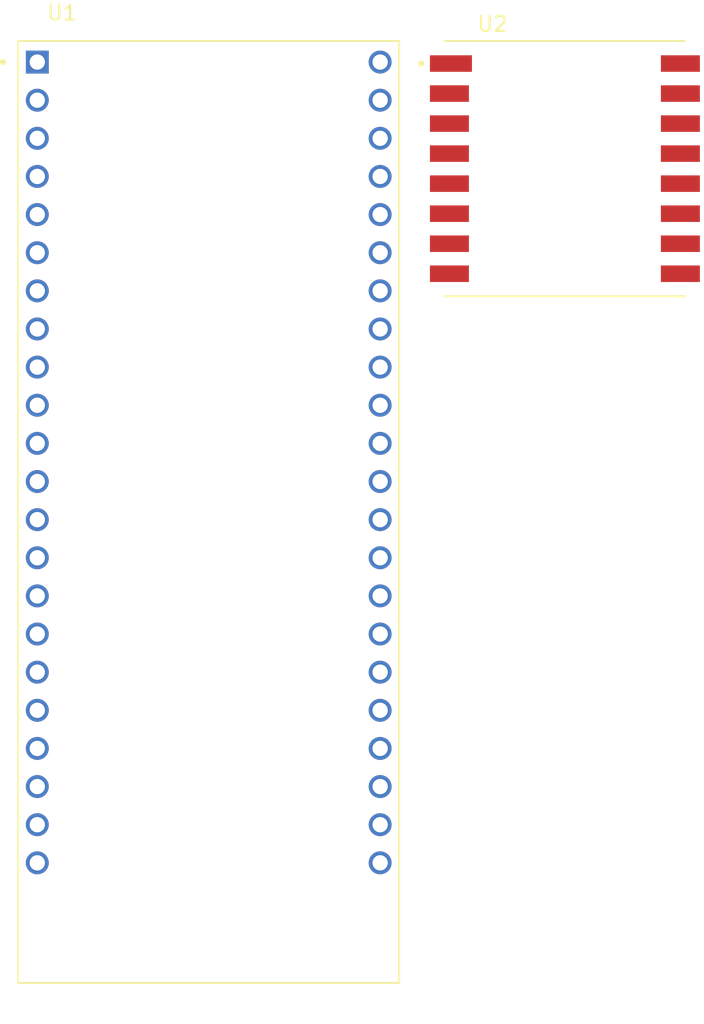
<source format=kicad_pcb>
(kicad_pcb (version 20241229) (generator "pcbnew") (generator_version "9.0")
  (layers (0 "F.Cu" signal) (2 "B.Cu" signal) (13 "F.Paste" user) (15 "B.Paste" user) (5 "F.SilkS" user "F.Silkscreen") (7 "B.SilkS" user "B.Silkscreen") (1 "F.Mask" user) (3 "B.Mask" user) (25 "Edge.Cuts" user))
  (net 0 "")
  (net 3 "+3.3V")
  (net 12 "GPIO13")
  (net 14 "GPIO5")
  (net 27 "GPIO4")
  (net 29 "GPIO12")
  (net 31 "GPIO11")
  (net 33 "GPIO10")
  (net 38 "GND")
  (footprint "ESP32-S3-DEVKITC-1-N8R8:ESP32-S3-DEVKITC-1-N8R8" (layer "F.Cu") (at 129.07 86.13)
    (property "Reference" "U1" (at -9.775 -33.255 0) (layer "F.SilkS"))
    (property "Value" "ESP32-S3-DEVKITC-1-N8R8")
    (fp_line (start -12.7 -31.37) (end 12.7 -31.37) (stroke (width 0.127)) (layer "F.SilkS"))
    (fp_line (start -12.7 31.37) (end -12.7 -31.37) (stroke (width 0.127)) (layer "F.SilkS"))
    (fp_line (start 12.7 -31.37) (end 12.7 31.37) (stroke (width 0.127)) (layer "F.SilkS"))
    (fp_line (start 12.7 31.37) (end -12.7 31.37) (stroke (width 0.127)) (layer "F.SilkS"))
    (fp_circle (center -13.716 -29.972) (end -13.616 -29.972) (stroke (width 0.2)) (fill no) (layer "F.SilkS"))
    (pad "J1_1" thru_hole rect (at -11.43 -29.97) (size 1.53 1.53) (drill 1.02) (layers "*.Cu" "*.Mask") (net 3 "+3.3V"))
    (pad "J1_2" thru_hole circle (at -11.43 -27.43) (size 1.53 1.53) (drill 1.02) (layers "*.Cu" "*.Mask"))
    (pad "J1_3" thru_hole circle (at -11.43 -24.89) (size 1.53 1.53) (drill 1.02) (layers "*.Cu" "*.Mask"))
    (pad "J1_4" thru_hole circle (at -11.43 -22.35) (size 1.53 1.53) (drill 1.02) (layers "*.Cu" "*.Mask") (net 27 "GPIO4"))
    (pad "J1_5" thru_hole circle (at -11.43 -19.81) (size 1.53 1.53) (drill 1.02) (layers "*.Cu" "*.Mask") (net 14 "GPIO5"))
    (pad "J1_6" thru_hole circle (at -11.43 -17.27) (size 1.53 1.53) (drill 1.02) (layers "*.Cu" "*.Mask"))
    (pad "J1_7" thru_hole circle (at -11.43 -14.73) (size 1.53 1.53) (drill 1.02) (layers "*.Cu" "*.Mask"))
    (pad "J1_8" thru_hole circle (at -11.43 -12.19) (size 1.53 1.53) (drill 1.02) (layers "*.Cu" "*.Mask"))
    (pad "J1_9" thru_hole circle (at -11.43 -9.65) (size 1.53 1.53) (drill 1.02) (layers "*.Cu" "*.Mask"))
    (pad "J1_10" thru_hole circle (at -11.43 -7.11) (size 1.53 1.53) (drill 1.02) (layers "*.Cu" "*.Mask"))
    (pad "J1_11" thru_hole circle (at -11.43 -4.57) (size 1.53 1.53) (drill 1.02) (layers "*.Cu" "*.Mask"))
    (pad "J1_12" thru_hole circle (at -11.43 -2.03) (size 1.53 1.53) (drill 1.02) (layers "*.Cu" "*.Mask"))
    (pad "J1_13" thru_hole circle (at -11.43 0.51) (size 1.53 1.53) (drill 1.02) (layers "*.Cu" "*.Mask"))
    (pad "J1_14" thru_hole circle (at -11.43 3.05) (size 1.53 1.53) (drill 1.02) (layers "*.Cu" "*.Mask"))
    (pad "J1_15" thru_hole circle (at -11.43 5.59) (size 1.53 1.53) (drill 1.02) (layers "*.Cu" "*.Mask"))
    (pad "J1_16" thru_hole circle (at -11.43 8.13) (size 1.53 1.53) (drill 1.02) (layers "*.Cu" "*.Mask") (net 33 "GPIO10"))
    (pad "J1_17" thru_hole circle (at -11.43 10.67) (size 1.53 1.53) (drill 1.02) (layers "*.Cu" "*.Mask") (net 31 "GPIO11"))
    (pad "J1_18" thru_hole circle (at -11.43 13.21) (size 1.53 1.53) (drill 1.02) (layers "*.Cu" "*.Mask") (net 29 "GPIO12"))
    (pad "J1_19" thru_hole circle (at -11.43 15.75) (size 1.53 1.53) (drill 1.02) (layers "*.Cu" "*.Mask") (net 12 "GPIO13"))
    (pad "J1_20" thru_hole circle (at -11.43 18.29) (size 1.53 1.53) (drill 1.02) (layers "*.Cu" "*.Mask"))
    (pad "J1_21" thru_hole circle (at -11.43 20.83) (size 1.53 1.53) (drill 1.02) (layers "*.Cu" "*.Mask"))
    (pad "J1_22" thru_hole circle (at -11.43 23.37) (size 1.53 1.53) (drill 1.02) (layers "*.Cu" "*.Mask"))
    (pad "J3_1" thru_hole circle (at 11.43 -29.97) (size 1.53 1.53) (drill 1.02) (layers "*.Cu" "*.Mask") (net 38 "GND"))
    (pad "J3_2" thru_hole circle (at 11.43 -27.43) (size 1.53 1.53) (drill 1.02) (layers "*.Cu" "*.Mask"))
    (pad "J3_3" thru_hole circle (at 11.43 -24.89) (size 1.53 1.53) (drill 1.02) (layers "*.Cu" "*.Mask"))
    (pad "J3_4" thru_hole circle (at 11.43 -22.35) (size 1.53 1.53) (drill 1.02) (layers "*.Cu" "*.Mask"))
    (pad "J3_5" thru_hole circle (at 11.43 -19.81) (size 1.53 1.53) (drill 1.02) (layers "*.Cu" "*.Mask"))
    (pad "J3_6" thru_hole circle (at 11.43 -17.27) (size 1.53 1.53) (drill 1.02) (layers "*.Cu" "*.Mask"))
    (pad "J3_7" thru_hole circle (at 11.43 -14.73) (size 1.53 1.53) (drill 1.02) (layers "*.Cu" "*.Mask"))
    (pad "J3_8" thru_hole circle (at 11.43 -12.19) (size 1.53 1.53) (drill 1.02) (layers "*.Cu" "*.Mask"))
    (pad "J3_9" thru_hole circle (at 11.43 -9.65) (size 1.53 1.53) (drill 1.02) (layers "*.Cu" "*.Mask"))
    (pad "J3_10" thru_hole circle (at 11.43 -7.11) (size 1.53 1.53) (drill 1.02) (layers "*.Cu" "*.Mask"))
    (pad "J3_11" thru_hole circle (at 11.43 -4.57) (size 1.53 1.53) (drill 1.02) (layers "*.Cu" "*.Mask"))
    (pad "J3_12" thru_hole circle (at 11.43 -2.03) (size 1.53 1.53) (drill 1.02) (layers "*.Cu" "*.Mask"))
    (pad "J3_13" thru_hole circle (at 11.43 0.51) (size 1.53 1.53) (drill 1.02) (layers "*.Cu" "*.Mask"))
    (pad "J3_14" thru_hole circle (at 11.43 3.05) (size 1.53 1.53) (drill 1.02) (layers "*.Cu" "*.Mask"))
    (pad "J3_15" thru_hole circle (at 11.43 5.59) (size 1.53 1.53) (drill 1.02) (layers "*.Cu" "*.Mask"))
    (pad "J3_16" thru_hole circle (at 11.43 8.13) (size 1.53 1.53) (drill 1.02) (layers "*.Cu" "*.Mask"))
    (pad "J3_17" thru_hole circle (at 11.43 10.67) (size 1.53 1.53) (drill 1.02) (layers "*.Cu" "*.Mask"))
    (pad "J3_18" thru_hole circle (at 11.43 13.21) (size 1.53 1.53) (drill 1.02) (layers "*.Cu" "*.Mask"))
    (pad "J3_19" thru_hole circle (at 11.43 15.75) (size 1.53 1.53) (drill 1.02) (layers "*.Cu" "*.Mask"))
    (pad "J3_20" thru_hole circle (at 11.43 18.29) (size 1.53 1.53) (drill 1.02) (layers "*.Cu" "*.Mask"))
    (pad "J3_21" thru_hole circle (at 11.43 20.83) (size 1.53 1.53) (drill 1.02) (layers "*.Cu" "*.Mask"))
    (pad "J3_22" thru_hole circle (at 11.43 23.37) (size 1.53 1.53) (drill 1.02) (layers "*.Cu" "*.Mask"))
  )
  (footprint "RA-02_LORA:MODULE_RA-02_LORA" (layer "F.Cu") (at 152.82 63.26)
    (property "Reference" "U2" (at -4.825 -9.635 0) (layer "F.SilkS"))
    (property "Value" "RA-02_LORA")
    (fp_line (start -8 -8.5) (end 8 -8.5) (stroke (width 0.127)) (layer "F.SilkS"))
    (fp_line (start -8 8.5) (end 8 8.5) (stroke (width 0.127)) (layer "F.SilkS"))
    (fp_circle (center -9.576 -7) (end -9.476 -7) (stroke (width 0.2)) (fill no) (layer "F.SilkS"))
    (pad "1" smd rect (at -7.6 -7) (size 2.8 1.1) (layers "F.Cu" "F.Mask" "F.Paste") (net 38 "GND"))
    (pad "2" smd rect (at -7.7 -5) (size 2.6 1.1) (layers "F.Cu" "F.Mask" "F.Paste") (net 38 "GND"))
    (pad "3" smd rect (at -7.7 -3) (size 2.6 1.1) (layers "F.Cu" "F.Mask" "F.Paste") (net 3 "+3.3V"))
    (pad "4" smd rect (at -7.7 -1) (size 2.6 1.1) (layers "F.Cu" "F.Mask" "F.Paste") (net 27 "GPIO4"))
    (pad "5" smd rect (at -7.7 1) (size 2.6 1.1) (layers "F.Cu" "F.Mask" "F.Paste") (net 14 "GPIO5"))
    (pad "6" smd rect (at -7.7 3) (size 2.6 1.1) (layers "F.Cu" "F.Mask" "F.Paste"))
    (pad "7" smd rect (at -7.7 5) (size 2.6 1.1) (layers "F.Cu" "F.Mask" "F.Paste"))
    (pad "8" smd rect (at -7.7 7) (size 2.6 1.1) (layers "F.Cu" "F.Mask" "F.Paste"))
    (pad "9" smd rect (at 7.7 7) (size 2.6 1.1) (layers "F.Cu" "F.Mask" "F.Paste") (net 38 "GND"))
    (pad "10" smd rect (at 7.7 5) (size 2.6 1.1) (layers "F.Cu" "F.Mask" "F.Paste"))
    (pad "11" smd rect (at 7.7 3) (size 2.6 1.1) (layers "F.Cu" "F.Mask" "F.Paste"))
    (pad "12" smd rect (at 7.7 1) (size 2.6 1.1) (layers "F.Cu" "F.Mask" "F.Paste") (net 29 "GPIO12"))
    (pad "13" smd rect (at 7.7 -1) (size 2.6 1.1) (layers "F.Cu" "F.Mask" "F.Paste") (net 12 "GPIO13"))
    (pad "14" smd rect (at 7.7 -3) (size 2.6 1.1) (layers "F.Cu" "F.Mask" "F.Paste") (net 31 "GPIO11"))
    (pad "15" smd rect (at 7.7 -5) (size 2.6 1.1) (layers "F.Cu" "F.Mask" "F.Paste") (net 33 "GPIO10"))
    (pad "16" smd rect (at 7.7 -7) (size 2.6 1.1) (layers "F.Cu" "F.Mask" "F.Paste") (net 38 "GND"))
  )
)
</source>
